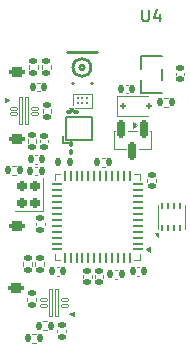
<source format=gbr>
%TF.GenerationSoftware,KiCad,Pcbnew,9.0.5*%
%TF.CreationDate,2025-12-10T00:05:15-08:00*%
%TF.ProjectId,camcontrol stm32,63616d63-6f6e-4747-926f-6c2073746d33,rev?*%
%TF.SameCoordinates,Original*%
%TF.FileFunction,Legend,Top*%
%TF.FilePolarity,Positive*%
%FSLAX46Y46*%
G04 Gerber Fmt 4.6, Leading zero omitted, Abs format (unit mm)*
G04 Created by KiCad (PCBNEW 9.0.5) date 2025-12-10 00:05:15*
%MOMM*%
%LPD*%
G01*
G04 APERTURE LIST*
G04 Aperture macros list*
%AMRoundRect*
0 Rectangle with rounded corners*
0 $1 Rounding radius*
0 $2 $3 $4 $5 $6 $7 $8 $9 X,Y pos of 4 corners*
0 Add a 4 corners polygon primitive as box body*
4,1,4,$2,$3,$4,$5,$6,$7,$8,$9,$2,$3,0*
0 Add four circle primitives for the rounded corners*
1,1,$1+$1,$2,$3*
1,1,$1+$1,$4,$5*
1,1,$1+$1,$6,$7*
1,1,$1+$1,$8,$9*
0 Add four rect primitives between the rounded corners*
20,1,$1+$1,$2,$3,$4,$5,0*
20,1,$1+$1,$4,$5,$6,$7,0*
20,1,$1+$1,$6,$7,$8,$9,0*
20,1,$1+$1,$8,$9,$2,$3,0*%
%AMFreePoly0*
4,1,32,0.425200,0.143648,0.443648,0.125200,0.450400,0.100000,0.450000,0.098769,0.450000,-0.098769,0.450400,-0.100000,0.443648,-0.125200,0.425200,-0.143648,0.400000,-0.150400,0.398769,-0.150000,0.100000,-0.150000,0.100000,-0.448769,0.100400,-0.450000,0.093648,-0.475200,0.075200,-0.493648,0.050000,-0.500400,0.048769,-0.500000,-0.098767,-0.500000,-0.099998,-0.500400,-0.125200,-0.493649,
-0.143649,-0.475200,-0.150400,-0.449998,-0.150000,-0.448767,-0.150000,0.098767,-0.150400,0.099998,-0.143649,0.125200,-0.125200,0.143649,-0.099998,0.150400,-0.098767,0.150000,0.398769,0.150000,0.400000,0.150400,0.425200,0.143648,0.425200,0.143648,$1*%
%AMFreePoly1*
4,1,32,0.075200,0.493648,0.093648,0.475200,0.100400,0.450000,0.100000,0.448769,0.100000,0.150000,0.398769,0.150000,0.400000,0.150400,0.425200,0.143648,0.443648,0.125200,0.450400,0.100000,0.450000,0.098769,0.450000,-0.098769,0.450400,-0.100000,0.443648,-0.125200,0.425200,-0.143648,0.400000,-0.150400,0.398769,-0.150000,-0.098767,-0.150000,-0.099998,-0.150400,-0.125200,-0.143649,
-0.143649,-0.125200,-0.150400,-0.099998,-0.150000,-0.098767,-0.150000,0.448767,-0.150400,0.449998,-0.143649,0.475200,-0.125200,0.493649,-0.099998,0.500400,-0.098767,0.500000,0.048769,0.500000,0.050000,0.500400,0.075200,0.493648,0.075200,0.493648,$1*%
%AMFreePoly2*
4,1,32,0.125200,0.493648,0.143648,0.475200,0.150400,0.450000,0.150000,0.448769,0.150000,-0.098769,0.150400,-0.100000,0.143648,-0.125200,0.125200,-0.143648,0.100000,-0.150400,0.098769,-0.150000,-0.398767,-0.150000,-0.399998,-0.150400,-0.425200,-0.143649,-0.443649,-0.125200,-0.450400,-0.099998,-0.450000,-0.098767,-0.450000,0.098767,-0.450400,0.099998,-0.443649,0.125200,-0.425200,0.143649,
-0.399998,0.150400,-0.398767,0.150000,-0.100000,0.150000,-0.100000,0.448767,-0.100400,0.449998,-0.093649,0.475200,-0.075200,0.493649,-0.049998,0.500400,-0.048767,0.500000,0.098769,0.500000,0.100000,0.500400,0.125200,0.493648,0.125200,0.493648,$1*%
%AMFreePoly3*
4,1,32,0.125200,0.143648,0.143648,0.125200,0.150400,0.100000,0.150000,0.098769,0.150000,-0.448769,0.150400,-0.450000,0.143648,-0.475200,0.125200,-0.493648,0.100000,-0.500400,0.098769,-0.500000,-0.048767,-0.500000,-0.049998,-0.500400,-0.075200,-0.493649,-0.093649,-0.475200,-0.100400,-0.449998,-0.100000,-0.448767,-0.100000,-0.150000,-0.398767,-0.150000,-0.399998,-0.150400,-0.425200,-0.143649,
-0.443649,-0.125200,-0.450400,-0.099998,-0.450000,-0.098767,-0.450000,0.098767,-0.450400,0.099998,-0.443649,0.125200,-0.425200,0.143649,-0.399998,0.150400,-0.398767,0.150000,0.098769,0.150000,0.100000,0.150400,0.125200,0.143648,0.125200,0.143648,$1*%
G04 Aperture macros list end*
%ADD10C,0.150000*%
%ADD11C,0.120000*%
%ADD12C,0.100000*%
%ADD13C,0.250000*%
%ADD14R,1.070000X0.600000*%
%ADD15C,0.500000*%
%ADD16RoundRect,0.140000X-0.170000X0.140000X-0.170000X-0.140000X0.170000X-0.140000X0.170000X0.140000X0*%
%ADD17RoundRect,0.135000X-0.185000X0.135000X-0.185000X-0.135000X0.185000X-0.135000X0.185000X0.135000X0*%
%ADD18RoundRect,0.125000X-0.125000X-0.125000X0.125000X-0.125000X0.125000X0.125000X-0.125000X0.125000X0*%
%ADD19RoundRect,0.100000X0.130000X0.100000X-0.130000X0.100000X-0.130000X-0.100000X0.130000X-0.100000X0*%
%ADD20C,0.200000*%
%ADD21RoundRect,0.140000X0.170000X-0.140000X0.170000X0.140000X-0.170000X0.140000X-0.170000X-0.140000X0*%
%ADD22FreePoly0,0.000000*%
%ADD23RoundRect,0.037500X0.262500X0.087500X-0.262500X0.087500X-0.262500X-0.087500X0.262500X-0.087500X0*%
%ADD24FreePoly1,0.000000*%
%ADD25RoundRect,0.045000X0.105000X1.155000X-0.105000X1.155000X-0.105000X-1.155000X0.105000X-1.155000X0*%
%ADD26FreePoly2,0.000000*%
%ADD27FreePoly3,0.000000*%
%ADD28RoundRect,0.140000X-0.140000X-0.170000X0.140000X-0.170000X0.140000X0.170000X-0.140000X0.170000X0*%
%ADD29FreePoly0,180.000000*%
%ADD30RoundRect,0.037500X-0.262500X-0.087500X0.262500X-0.087500X0.262500X0.087500X-0.262500X0.087500X0*%
%ADD31FreePoly1,180.000000*%
%ADD32RoundRect,0.045000X-0.105000X-1.155000X0.105000X-1.155000X0.105000X1.155000X-0.105000X1.155000X0*%
%ADD33FreePoly2,180.000000*%
%ADD34FreePoly3,180.000000*%
%ADD35RoundRect,0.135000X-0.135000X-0.185000X0.135000X-0.185000X0.135000X0.185000X-0.135000X0.185000X0*%
%ADD36RoundRect,0.135000X0.135000X0.185000X-0.135000X0.185000X-0.135000X-0.185000X0.135000X-0.185000X0*%
%ADD37RoundRect,0.140000X0.140000X0.170000X-0.140000X0.170000X-0.140000X-0.170000X0.140000X-0.170000X0*%
%ADD38RoundRect,0.062500X0.062500X-0.187500X0.062500X0.187500X-0.062500X0.187500X-0.062500X-0.187500X0*%
%ADD39R,1.600000X0.900000*%
%ADD40RoundRect,0.135000X0.185000X-0.135000X0.185000X0.135000X-0.185000X0.135000X-0.185000X-0.135000X0*%
%ADD41RoundRect,0.062500X0.375000X0.062500X-0.375000X0.062500X-0.375000X-0.062500X0.375000X-0.062500X0*%
%ADD42RoundRect,0.062500X0.062500X0.375000X-0.062500X0.375000X-0.062500X-0.375000X0.062500X-0.375000X0*%
%ADD43R,5.600000X5.600000*%
%ADD44RoundRect,0.200000X0.200000X-0.250000X0.200000X0.250000X-0.200000X0.250000X-0.200000X-0.250000X0*%
%ADD45R,1.000000X1.050000*%
%ADD46R,1.050000X2.200000*%
%ADD47RoundRect,0.147500X-0.147500X-0.172500X0.147500X-0.172500X0.147500X0.172500X-0.147500X0.172500X0*%
%ADD48RoundRect,0.062500X0.062500X-0.062500X0.062500X0.062500X-0.062500X0.062500X-0.062500X-0.062500X0*%
%ADD49RoundRect,0.150000X-0.150000X0.587500X-0.150000X-0.587500X0.150000X-0.587500X0.150000X0.587500X0*%
%ADD50RoundRect,0.100000X-0.100000X0.130000X-0.100000X-0.130000X0.100000X-0.130000X0.100000X0.130000X0*%
%ADD51R,1.000000X1.000000*%
%ADD52C,1.000000*%
%ADD53RoundRect,0.200000X-0.450000X0.200000X-0.450000X-0.200000X0.450000X-0.200000X0.450000X0.200000X0*%
%ADD54O,1.300000X0.800000*%
%ADD55C,2.200000*%
%ADD56R,1.700000X1.700000*%
%ADD57C,1.700000*%
G04 APERTURE END LIST*
D10*
X11864495Y3651181D02*
X11864495Y2841658D01*
X11864495Y2841658D02*
X11912114Y2746420D01*
X11912114Y2746420D02*
X11959733Y2698800D01*
X11959733Y2698800D02*
X12054971Y2651181D01*
X12054971Y2651181D02*
X12245447Y2651181D01*
X12245447Y2651181D02*
X12340685Y2698800D01*
X12340685Y2698800D02*
X12388304Y2746420D01*
X12388304Y2746420D02*
X12435923Y2841658D01*
X12435923Y2841658D02*
X12435923Y3651181D01*
X13340685Y3317848D02*
X13340685Y2651181D01*
X13102590Y3698800D02*
X12864495Y2984515D01*
X12864495Y2984515D02*
X13483542Y2984515D01*
%TO.C,U4*%
X13506400Y-304000D02*
X11746400Y-304000D01*
X11746400Y-304000D02*
X11746400Y-1354000D01*
X13506400Y-3384000D02*
X11746400Y-3384000D01*
X11746400Y-3384000D02*
X11746400Y-2334000D01*
X13506400Y-1384000D02*
X13506400Y-2304000D01*
D11*
%TO.C,C6*%
X14700200Y-1670164D02*
X14700200Y-1885836D01*
X15420200Y-1670164D02*
X15420200Y-1885836D01*
%TO.C,R3*%
X2160000Y-7313959D02*
X2160000Y-7621241D01*
X2920000Y-7313959D02*
X2920000Y-7621241D01*
%TO.C,D3*%
X9708600Y-3645800D02*
X9708600Y-5345800D01*
X9708600Y-3645800D02*
X12368600Y-3645800D01*
X9708600Y-5345800D02*
X12368600Y-5345800D01*
D10*
%TO.C,U2*%
X5156800Y-7062800D02*
X5156800Y-7612800D01*
X5156800Y-7612800D02*
X5696800Y-7612800D01*
X5376800Y-5432800D02*
X7636800Y-5432800D01*
X5376800Y-7382800D02*
X5376800Y-5432800D01*
X7636800Y-5432800D02*
X7636800Y-7382800D01*
X7636800Y-7382800D02*
X5376800Y-7382800D01*
D12*
X5936800Y-7702800D02*
G75*
G02*
X5836800Y-7702800I-50000J0D01*
G01*
X5836800Y-7702800D02*
G75*
G02*
X5936800Y-7702800I50000J0D01*
G01*
D11*
%TO.C,C13*%
X12313200Y-10898036D02*
X12313200Y-10682364D01*
X13033200Y-10898036D02*
X13033200Y-10682364D01*
%TO.C,C9*%
X6877600Y-18835764D02*
X6877600Y-19051436D01*
X7597600Y-18835764D02*
X7597600Y-19051436D01*
D12*
%TO.C,U5*%
X6064034Y-22269400D02*
X5714034Y-22119400D01*
X6064034Y-21969400D01*
X6064034Y-22269400D01*
G36*
X6064034Y-22269400D02*
G01*
X5714034Y-22119400D01*
X6064034Y-21969400D01*
X6064034Y-22269400D01*
G37*
D11*
%TO.C,C12*%
X2968164Y-2535600D02*
X3183836Y-2535600D01*
X2968164Y-3255600D02*
X3183836Y-3255600D01*
D12*
%TO.C,U6*%
X612966Y-3999400D02*
X262966Y-4149400D01*
X262966Y-3849400D01*
X612966Y-3999400D01*
G36*
X612966Y-3999400D02*
G01*
X262966Y-4149400D01*
X262966Y-3849400D01*
X612966Y-3999400D01*
G37*
D11*
%TO.C,R10*%
X13738159Y-3811000D02*
X14045441Y-3811000D01*
X13738159Y-4571000D02*
X14045441Y-4571000D01*
%TO.C,R4*%
X8738841Y-8891000D02*
X8431559Y-8891000D01*
X8738841Y-9651000D02*
X8431559Y-9651000D01*
%TO.C,C8*%
X4830836Y-18151800D02*
X4615164Y-18151800D01*
X4830836Y-18871800D02*
X4615164Y-18871800D01*
%TO.C,U7*%
X13173600Y-14914000D02*
X13173600Y-12914000D01*
X15453600Y-14904000D02*
X15453600Y-12904000D01*
X13243600Y-15554000D02*
X12963600Y-15274000D01*
X13243600Y-15274000D01*
X13243600Y-15554000D01*
G36*
X13243600Y-15554000D02*
G01*
X12963600Y-15274000D01*
X13243600Y-15274000D01*
X13243600Y-15554000D01*
G37*
%TO.C,R1*%
X2564159Y-23800800D02*
X2871441Y-23800800D01*
X2564159Y-24560800D02*
X2871441Y-24560800D01*
%TO.C,C4*%
X3206800Y-7374964D02*
X3206800Y-7590636D01*
X3926800Y-7374964D02*
X3926800Y-7590636D01*
%TO.C,R6*%
X2134600Y-21032441D02*
X2134600Y-20725159D01*
X2894600Y-21032441D02*
X2894600Y-20725159D01*
%TO.C,C5*%
X10672236Y-2688000D02*
X10456564Y-2688000D01*
X10672236Y-3408000D02*
X10456564Y-3408000D01*
%TO.C,U3*%
X4448900Y-10285800D02*
X4923900Y-10285800D01*
X4448900Y-10760800D02*
X4448900Y-10285800D01*
X4448900Y-17505800D02*
X4448900Y-17030800D01*
X4923900Y-17505800D02*
X4448900Y-17505800D01*
X11193900Y-10285800D02*
X11668900Y-10285800D01*
X11668900Y-10285800D02*
X11668900Y-10760800D01*
X11668900Y-17030800D02*
X11668900Y-17505800D01*
X11668900Y-17505800D02*
X11193900Y-17505800D01*
X12528900Y-16885800D02*
X12198900Y-16645800D01*
X12528900Y-16405800D01*
X12528900Y-16885800D01*
G36*
X12528900Y-16885800D02*
G01*
X12198900Y-16645800D01*
X12528900Y-16405800D01*
X12528900Y-16885800D01*
G37*
%TO.C,R7*%
X887759Y-9576800D02*
X1195041Y-9576800D01*
X887759Y-10336800D02*
X1195041Y-10336800D01*
%TO.C,R9*%
X2795000Y-17704559D02*
X2795000Y-18011841D01*
X3555000Y-17704559D02*
X3555000Y-18011841D01*
%TO.C,R2*%
X3430000Y-4773959D02*
X3430000Y-5081241D01*
X4190000Y-4773959D02*
X4190000Y-5081241D01*
%TO.C,C7*%
X2787764Y-8657000D02*
X3003436Y-8657000D01*
X2787764Y-9377000D02*
X3003436Y-9377000D01*
%TO.C,R24*%
X3379200Y-1065559D02*
X3379200Y-1372841D01*
X4139200Y-1065559D02*
X4139200Y-1372841D01*
%TO.C,R8*%
X1804400Y-18011841D02*
X1804400Y-17704559D01*
X2564400Y-18011841D02*
X2564400Y-17704559D01*
%TO.C,C18*%
X9542764Y-18405800D02*
X9758436Y-18405800D01*
X9542764Y-19125800D02*
X9758436Y-19125800D01*
%TO.C,C11*%
X2891200Y-14395564D02*
X2891200Y-14611236D01*
X3611200Y-14395564D02*
X3611200Y-14611236D01*
%TO.C,C14*%
X11422364Y-18151800D02*
X11638036Y-18151800D01*
X11422364Y-18871800D02*
X11638036Y-18871800D01*
%TO.C,Y1*%
X1058000Y-13408200D02*
X3478000Y-13408200D01*
X3478000Y-13408200D02*
X3478000Y-10588200D01*
D13*
%TO.C,AE1*%
X5466800Y57200D02*
X8066800Y57200D01*
X5906800Y-2542800D02*
X6036800Y-2542800D01*
X7496800Y-2542800D02*
X7626800Y-2542800D01*
X7526800Y-1242800D02*
G75*
G02*
X6006800Y-1242800I-760000J0D01*
G01*
X6006800Y-1242800D02*
G75*
G02*
X7526800Y-1242800I760000J0D01*
G01*
X6946800Y-1242800D02*
G75*
G02*
X6586800Y-1242800I-180000J0D01*
G01*
X6586800Y-1242800D02*
G75*
G02*
X6946800Y-1242800I180000J0D01*
G01*
D11*
%TO.C,C10*%
X7868200Y-18835764D02*
X7868200Y-19051436D01*
X8588200Y-18835764D02*
X8588200Y-19051436D01*
%TO.C,R23*%
X2261600Y-1372841D02*
X2261600Y-1065559D01*
X3021600Y-1372841D02*
X3021600Y-1065559D01*
%TO.C,U1*%
X6007800Y-4432900D02*
X6007800Y-3462900D01*
X7577800Y-3462900D02*
X6007800Y-3462900D01*
X7577800Y-4632900D02*
X6207800Y-4632900D01*
X7577800Y-4632900D02*
X7577800Y-3462900D01*
D12*
X5992800Y-5007900D02*
X5632800Y-4647900D01*
X5992800Y-4647900D01*
X5992800Y-5007900D01*
G36*
X5992800Y-5007900D02*
G01*
X5632800Y-4647900D01*
X5992800Y-4647900D01*
X5992800Y-5007900D01*
G37*
D11*
%TO.C,C1*%
X4694600Y-23437964D02*
X4694600Y-23653636D01*
X5414600Y-23437964D02*
X5414600Y-23653636D01*
%TO.C,R5*%
X3811241Y-22734000D02*
X3503959Y-22734000D01*
X3811241Y-23494000D02*
X3503959Y-23494000D01*
%TO.C,Q1*%
X9476800Y-6629100D02*
X9526800Y-6629100D01*
X9476800Y-8149100D02*
X9476800Y-6629100D01*
X10476800Y-8149100D02*
X9476800Y-8149100D01*
X10646800Y-6629100D02*
X11426800Y-6629100D01*
X12546800Y-6629100D02*
X12596800Y-6629100D01*
X12596800Y-6629100D02*
X12596800Y-8149100D01*
X12596800Y-8149100D02*
X11596800Y-8149100D01*
X11416800Y-6089100D02*
X11086800Y-6329100D01*
X11086800Y-5849100D01*
X11416800Y-6089100D01*
G36*
X11416800Y-6089100D02*
G01*
X11086800Y-6329100D01*
X11086800Y-5849100D01*
X11416800Y-6089100D01*
G37*
%TO.C,C22*%
X2978036Y-9647600D02*
X2762364Y-9647600D01*
X2978036Y-10367600D02*
X2762364Y-10367600D01*
%TD*%
%LPC*%
D14*
%TO.C,U4*%
X13866400Y-2794000D03*
X13866400Y-894000D03*
X11386400Y-1844000D03*
%TD*%
D15*
%TO.C,REF\u002A\u002A*%
X433600Y355600D03*
X1283600Y355600D03*
X2133600Y355600D03*
X2983600Y355600D03*
X3833600Y355600D03*
%TD*%
D16*
%TO.C,C6*%
X15060200Y-1298000D03*
X15060200Y-2258000D03*
%TD*%
D17*
%TO.C,R3*%
X2540000Y-6957600D03*
X2540000Y-7977600D03*
%TD*%
D18*
%TO.C,D3*%
X10218600Y-4495800D03*
X12418600Y-4495800D03*
%TD*%
D19*
%TO.C,C2*%
X6282800Y-5027900D03*
X5642800Y-5027900D03*
%TD*%
D20*
%TO.C,U2*%
X6006800Y-7082800D03*
X6716800Y-7082800D03*
X7346800Y-7082800D03*
X5666800Y-6312800D03*
X6506800Y-6392800D03*
X5666800Y-5702800D03*
X6506800Y-5702800D03*
X7346800Y-5702800D03*
%TD*%
D21*
%TO.C,C13*%
X12673200Y-11270200D03*
X12673200Y-10310200D03*
%TD*%
D16*
%TO.C,C9*%
X7237600Y-18463600D03*
X7237600Y-19423600D03*
%TD*%
D22*
%TO.C,U5*%
X5183000Y-21869400D03*
D23*
X5333000Y-21394400D03*
X5333000Y-20944400D03*
D24*
X5183000Y-20469400D03*
D25*
X4683000Y-21169400D03*
X4183000Y-21169400D03*
D26*
X3683000Y-20469400D03*
D23*
X3533000Y-20944400D03*
X3533000Y-21394400D03*
D27*
X3683000Y-21869400D03*
%TD*%
D28*
%TO.C,C12*%
X2596000Y-2895600D03*
X3556000Y-2895600D03*
%TD*%
D29*
%TO.C,U6*%
X1144000Y-4249400D03*
D30*
X994000Y-4724400D03*
X994000Y-5174400D03*
D31*
X1144000Y-5649400D03*
D32*
X1644000Y-4949400D03*
X2144000Y-4949400D03*
D33*
X2644000Y-5649400D03*
D30*
X2794000Y-5174400D03*
X2794000Y-4724400D03*
D34*
X2644000Y-4249400D03*
%TD*%
D35*
%TO.C,R10*%
X13381800Y-4191000D03*
X14401800Y-4191000D03*
%TD*%
D36*
%TO.C,R4*%
X9095200Y-9271000D03*
X8075200Y-9271000D03*
%TD*%
D37*
%TO.C,C8*%
X5203000Y-18511800D03*
X4243000Y-18511800D03*
%TD*%
D38*
%TO.C,U7*%
X13563600Y-14854000D03*
X14063600Y-14854000D03*
X14563600Y-14854000D03*
X15063600Y-14854000D03*
X15063600Y-12954000D03*
X14563600Y-12954000D03*
X14063600Y-12954000D03*
X13563600Y-12954000D03*
D39*
X14313600Y-13904000D03*
%TD*%
D35*
%TO.C,R1*%
X2207800Y-24180800D03*
X3227800Y-24180800D03*
%TD*%
D16*
%TO.C,C4*%
X3566800Y-7002800D03*
X3566800Y-7962800D03*
%TD*%
D40*
%TO.C,R6*%
X2514600Y-21388800D03*
X2514600Y-20368800D03*
%TD*%
D37*
%TO.C,C5*%
X11044400Y-3048000D03*
X10084400Y-3048000D03*
%TD*%
D41*
%TO.C,U3*%
X11496400Y-16645800D03*
X11496400Y-16145800D03*
X11496400Y-15645800D03*
X11496400Y-15145800D03*
X11496400Y-14645800D03*
X11496400Y-14145800D03*
X11496400Y-13645800D03*
X11496400Y-13145800D03*
X11496400Y-12645800D03*
X11496400Y-12145800D03*
X11496400Y-11645800D03*
X11496400Y-11145800D03*
D42*
X10808900Y-10458300D03*
X10308900Y-10458300D03*
X9808900Y-10458300D03*
X9308900Y-10458300D03*
X8808900Y-10458300D03*
X8308900Y-10458300D03*
X7808900Y-10458300D03*
X7308900Y-10458300D03*
X6808900Y-10458300D03*
X6308900Y-10458300D03*
X5808900Y-10458300D03*
X5308900Y-10458300D03*
D41*
X4621400Y-11145800D03*
X4621400Y-11645800D03*
X4621400Y-12145800D03*
X4621400Y-12645800D03*
X4621400Y-13145800D03*
X4621400Y-13645800D03*
X4621400Y-14145800D03*
X4621400Y-14645800D03*
X4621400Y-15145800D03*
X4621400Y-15645800D03*
X4621400Y-16145800D03*
X4621400Y-16645800D03*
D42*
X5308900Y-17333300D03*
X5808900Y-17333300D03*
X6308900Y-17333300D03*
X6808900Y-17333300D03*
X7308900Y-17333300D03*
X7808900Y-17333300D03*
X8308900Y-17333300D03*
X8808900Y-17333300D03*
X9308900Y-17333300D03*
X9808900Y-17333300D03*
X10308900Y-17333300D03*
X10808900Y-17333300D03*
D43*
X8058900Y-13895800D03*
%TD*%
D35*
%TO.C,R7*%
X531400Y-9956800D03*
X1551400Y-9956800D03*
%TD*%
D17*
%TO.C,R9*%
X3175000Y-17348200D03*
X3175000Y-18368200D03*
%TD*%
%TO.C,R2*%
X3810000Y-4417600D03*
X3810000Y-5437600D03*
%TD*%
D28*
%TO.C,C7*%
X2415600Y-9017000D03*
X3375600Y-9017000D03*
%TD*%
D17*
%TO.C,R24*%
X3759200Y-709200D03*
X3759200Y-1729200D03*
%TD*%
D40*
%TO.C,R8*%
X2184400Y-18368200D03*
X2184400Y-17348200D03*
%TD*%
D28*
%TO.C,C18*%
X9170600Y-18765800D03*
X10130600Y-18765800D03*
%TD*%
D16*
%TO.C,C11*%
X3251200Y-14023400D03*
X3251200Y-14983400D03*
%TD*%
D28*
%TO.C,C14*%
X11050200Y-18511800D03*
X12010200Y-18511800D03*
%TD*%
D44*
%TO.C,Y1*%
X2818000Y-12698200D03*
X2818000Y-11298200D03*
X1718000Y-11298200D03*
X1718000Y-12698200D03*
%TD*%
D45*
%TO.C,AE1*%
X6766800Y-2742800D03*
D46*
X8266800Y-1242800D03*
X5266800Y-1242800D03*
%TD*%
D16*
%TO.C,C10*%
X8228200Y-18463600D03*
X8228200Y-19423600D03*
%TD*%
D40*
%TO.C,R23*%
X2641600Y-1729200D03*
X2641600Y-709200D03*
%TD*%
D47*
%TO.C,L1*%
X4751800Y-9252800D03*
X5721800Y-9252800D03*
%TD*%
D48*
%TO.C,U1*%
X6392800Y-4247900D03*
X6792800Y-4247900D03*
X7192800Y-4247900D03*
X7192800Y-3847900D03*
X6792800Y-3847900D03*
X6392800Y-3847900D03*
%TD*%
D16*
%TO.C,C1*%
X5054600Y-23065800D03*
X5054600Y-24025800D03*
%TD*%
D36*
%TO.C,R5*%
X4167600Y-23114000D03*
X3147600Y-23114000D03*
%TD*%
D15*
%TO.C,REF\u002A\u002A*%
X15365200Y-25755600D03*
X14515200Y-25755600D03*
X13665200Y-25755600D03*
X12815200Y-25755600D03*
X11965200Y-25755600D03*
%TD*%
D49*
%TO.C,Q1*%
X11986800Y-6451600D03*
X10086800Y-6451600D03*
X11036800Y-8326600D03*
%TD*%
D50*
%TO.C,C3*%
X5816800Y-7752800D03*
X5816800Y-8392800D03*
%TD*%
D37*
%TO.C,C22*%
X3350200Y-10007600D03*
X2390200Y-10007600D03*
%TD*%
D51*
%TO.C,J5*%
X8331200Y-21590000D03*
D52*
X9601200Y-21590000D03*
X10871200Y-21590000D03*
X12141200Y-21590000D03*
X13411200Y-21590000D03*
X14681200Y-21590000D03*
%TD*%
D53*
%TO.C,J3*%
X1270000Y-7284400D03*
D54*
X1270000Y-8534400D03*
%TD*%
D53*
%TO.C,J1*%
X1297200Y-1635600D03*
D54*
X1297200Y-2885600D03*
%TD*%
D53*
%TO.C,J7*%
X1170200Y-19923600D03*
D54*
X1170200Y-21173600D03*
%TD*%
D53*
%TO.C,J4*%
X1244600Y-14630400D03*
D54*
X1244600Y-15880400D03*
%TD*%
D55*
%TO.C,H2*%
X13665200Y-27482800D03*
%TD*%
D56*
%TO.C,J2*%
X14478000Y-23799800D03*
D57*
X11938000Y-23799800D03*
X9398000Y-23799800D03*
X6858000Y-23799800D03*
%TD*%
D55*
%TO.C,H1*%
X2184400Y1981200D03*
%TD*%
%LPD*%
M02*

</source>
